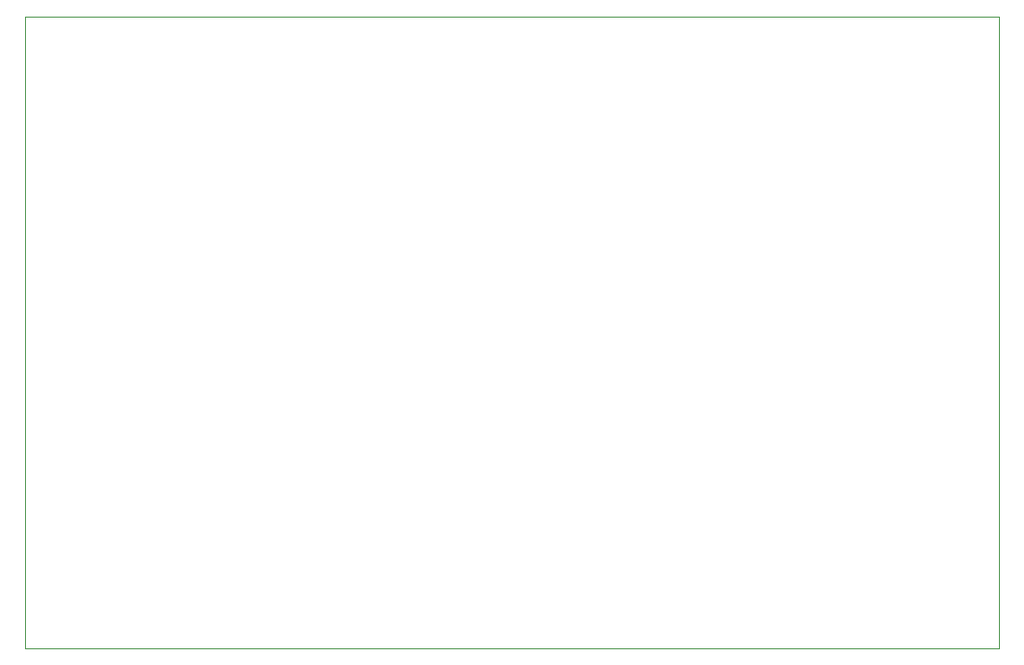
<source format=gbr>
%TF.GenerationSoftware,KiCad,Pcbnew,8.0.6-8.0.6-0~ubuntu24.04.1*%
%TF.CreationDate,2024-11-13T00:59:24+01:00*%
%TF.ProjectId,TinyTimer_V01,54696e79-5469-46d6-9572-5f5630312e6b,rev?*%
%TF.SameCoordinates,Original*%
%TF.FileFunction,Profile,NP*%
%FSLAX46Y46*%
G04 Gerber Fmt 4.6, Leading zero omitted, Abs format (unit mm)*
G04 Created by KiCad (PCBNEW 8.0.6-8.0.6-0~ubuntu24.04.1) date 2024-11-13 00:59:24*
%MOMM*%
%LPD*%
G01*
G04 APERTURE LIST*
%TA.AperFunction,Profile*%
%ADD10C,0.100000*%
%TD*%
G04 APERTURE END LIST*
D10*
X88900000Y57785000D02*
X0Y57785000D01*
X0Y0D02*
X88900000Y0D01*
X88900000Y0D02*
X88900000Y57785000D01*
X0Y57785000D02*
X0Y0D01*
M02*

</source>
